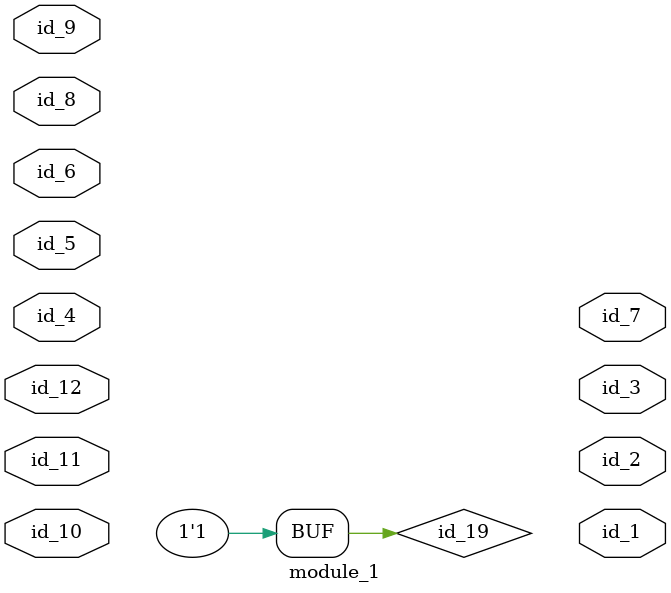
<source format=v>
module module_0 (
    id_1,
    id_2,
    id_3,
    id_4,
    id_5,
    id_6,
    id_7,
    id_8,
    id_9,
    id_10,
    id_11,
    id_12,
    id_13,
    id_14,
    id_15,
    id_16,
    id_17,
    id_18,
    id_19,
    id_20,
    id_21,
    id_22
);
  input id_22;
  inout id_21;
  inout id_20;
  inout id_19;
  output id_18;
  output id_17;
  output id_16;
  input id_15;
  inout id_14;
  output id_13;
  inout id_12;
  output id_11;
  inout id_10;
  input id_9;
  input id_8;
  input id_7;
  inout id_6;
  output id_5;
  output id_4;
  inout id_3;
  inout id_2;
  output id_1;
  assign id_19 = id_20;
endmodule
module module_1 (
    id_1,
    id_2,
    id_3,
    id_4,
    id_5,
    id_6,
    id_7,
    id_8,
    id_9,
    id_10,
    id_11,
    id_12
);
  inout id_12;
  input id_11;
  inout id_10;
  inout id_9;
  inout id_8;
  output id_7;
  inout id_6;
  inout id_5;
  input id_4;
  output id_3;
  output id_2;
  output id_1;
  assign id_19 = 1;
endmodule

</source>
